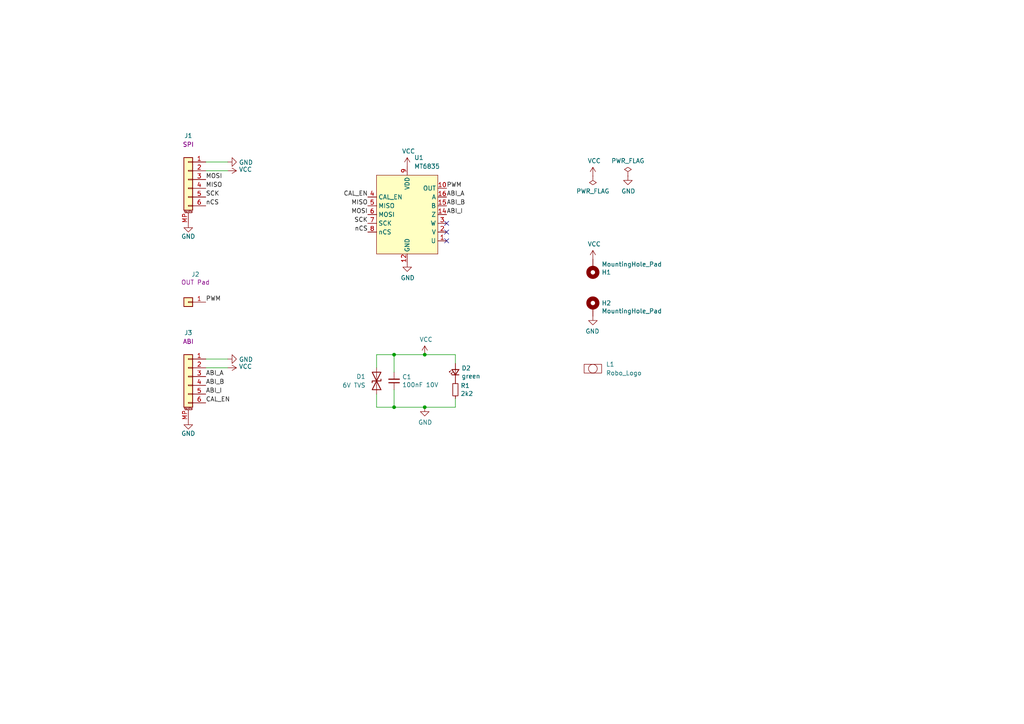
<source format=kicad_sch>
(kicad_sch (version 20211123) (generator eeschema)
  (paper "A4")
  (lib_symbols
    (symbol "Connector_Generic:Conn_01x01" (pin_names (offset 1.016) hide)
      (property "Reference" "J" (at 0 2.54 0))
      (property "Value" "Conn_01x01" (at 0 -2.54 0))
      (symbol "Conn_01x01_1_1"
        (rectangle (start -1.27 0.127) (end 0 -0.127) (stroke (width 0.1524)))
        (rectangle (start -1.27 1.27) (end 1.27 -1.27) (stroke (width 0.254)) (fill (type background)))
        (pin passive line (at -5.08 0 0) (length 3.81) (name "Pin_1") (number "1"))
      )
    )
    (symbol "Connector_Generic_MountingPin:Conn_01x06_MountingPin" (pin_names (offset 1.016) hide)
      (property "Reference" "J" (at 0 7.62 0))
      (property "Value" "Conn_01x06_MountingPin" (at 1.27 -10.16 0))
      (symbol "Conn_01x06_MountingPin_1_1"
        (rectangle (start -1.27 -7.493) (end 0 -7.747) (stroke (width 0.1524)))
        (rectangle (start -1.27 -4.953) (end 0 -5.207) (stroke (width 0.1524)))
        (rectangle (start -1.27 -2.413) (end 0 -2.667) (stroke (width 0.1524)))
        (rectangle (start -1.27 0.127) (end 0 -0.127) (stroke (width 0.1524)))
        (rectangle (start -1.27 2.667) (end 0 2.413) (stroke (width 0.1524)))
        (rectangle (start -1.27 5.207) (end 0 4.953) (stroke (width 0.1524)))
        (rectangle (start -1.27 6.35) (end 1.27 -8.89) (stroke (width 0.254)) (fill (type background)))
        (polyline (pts (xy -1.016 -9.652) (xy 1.016 -9.652)) (stroke (width 0.1524)))
        (text "Mounting" (at 0 -9.271 0) (effects (font (size 0.381 0.381))))
        (pin passive line (at -5.08 5.08 0) (length 3.81) (name "Pin_1") (number "1"))
        (pin passive line (at -5.08 2.54 0) (length 3.81) (name "Pin_2") (number "2"))
        (pin passive line (at -5.08 0 0) (length 3.81) (name "Pin_3") (number "3"))
        (pin passive line (at -5.08 -2.54 0) (length 3.81) (name "Pin_4") (number "4"))
        (pin passive line (at -5.08 -5.08 0) (length 3.81) (name "Pin_5") (number "5"))
        (pin passive line (at -5.08 -7.62 0) (length 3.81) (name "Pin_6") (number "6"))
        (pin passive line (at 0 -12.7 90) (length 3.048) (name "MountPin") (number "MP"))
      )
    )
    (symbol "Device:C_Small" (pin_numbers hide) (pin_names (offset 0.254) hide)
      (property "Reference" "C" (at 0.254 1.778 0))
      (property "Value" "C_Small" (at 0.254 -2.032 0))
      (symbol "C_Small_0_1"
        (polyline (pts (xy -1.524 -0.508) (xy 1.524 -0.508)) (stroke (width 0.3302)))
        (polyline (pts (xy -1.524 0.508) (xy 1.524 0.508)) (stroke (width 0.3048)))
      )
      (symbol "C_Small_1_1"
        (pin passive line (at 0 2.54 270) (length 2.032) (name "~") (number "1"))
        (pin passive line (at 0 -2.54 90) (length 2.032) (name "~") (number "2"))
      )
    )
    (symbol "Device:D_TVS" (pin_numbers hide) (pin_names (offset 1.016) hide)
      (property "Reference" "D" (at 0 2.54 0))
      (property "Value" "D_TVS" (at 0 -2.54 0))
      (symbol "D_TVS_0_1"
        (polyline (pts (xy 1.27 0) (xy -1.27 0)))
        (polyline (pts (xy 0.508 1.27) (xy 0 1.27) (xy 0 -1.27) (xy -0.508 -1.27)) (stroke (width 0.254)))
        (polyline (pts (xy -2.54 1.27) (xy -2.54 -1.27) (xy 2.54 1.27) (xy 2.54 -1.27) (xy -2.54 1.27)) (stroke (width 0.254)))
      )
      (symbol "D_TVS_1_1"
        (pin passive line (at -3.81 0 0) (length 2.54) (name "A1") (number "1"))
        (pin passive line (at 3.81 0 180) (length 2.54) (name "A2") (number "2"))
      )
    )
    (symbol "Device:LED_Small" (pin_numbers hide) (pin_names (offset 0.254) hide)
      (property "Reference" "D" (at -1.27 3.175 0))
      (property "Value" "LED_Small" (at -4.445 -2.54 0))
      (symbol "LED_Small_0_1"
        (polyline (pts (xy -0.762 -1.016) (xy -0.762 1.016)) (stroke (width 0.254)))
        (polyline (pts (xy 1.016 0) (xy -0.762 0)))
        (polyline (pts (xy 0.762 -1.016) (xy -0.762 0) (xy 0.762 1.016) (xy 0.762 -1.016)) (stroke (width 0.254)))
        (polyline (pts (xy 0 0.762) (xy -0.508 1.27) (xy -0.254 1.27) (xy -0.508 1.27) (xy -0.508 1.016)))
        (polyline (pts (xy 0.508 1.27) (xy 0 1.778) (xy 0.254 1.778) (xy 0 1.778) (xy 0 1.524)))
      )
      (symbol "LED_Small_1_1"
        (pin passive line (at -2.54 0 0) (length 1.778) (name "K") (number "1"))
        (pin passive line (at 2.54 0 180) (length 1.778) (name "A") (number "2"))
      )
    )
    (symbol "Device:R_Small" (pin_numbers hide) (pin_names (offset 0.254) hide)
      (property "Reference" "R" (at 0.762 0.508 0))
      (property "Value" "R_Small" (at 0.762 -1.016 0))
      (symbol "R_Small_0_1"
        (rectangle (start -0.762 1.778) (end 0.762 -1.778) (stroke (width 0.2032)))
      )
      (symbol "R_Small_1_1"
        (pin passive line (at 0 2.54 270) (length 0.762) (name "~") (number "1"))
        (pin passive line (at 0 -2.54 90) (length 0.762) (name "~") (number "2"))
      )
    )
    (symbol "Mechanical:MountingHole_Pad" (pin_numbers hide) (pin_names (offset 1.016) hide)
      (property "Reference" "H" (at 0 6.35 0))
      (property "Value" "MountingHole_Pad" (at 0 4.445 0))
      (symbol "MountingHole_Pad_0_1"
        (circle (center 0 1.27) (radius 1.27) (stroke (width 1.27)))
      )
      (symbol "MountingHole_Pad_1_1"
        (pin input line (at 0 -2.54 90) (length 2.54) (name "1") (number "1"))
      )
    )
    (symbol "power:GND" (power) (pin_names (offset 0))
      (property "Value" "GND" (at 0 -3.81 0))
      (symbol "GND_0_1"
        (polyline (pts (xy 0 0) (xy 0 -1.27) (xy 1.27 -1.27) (xy 0 -2.54) (xy -1.27 -1.27) (xy 0 -1.27)))
      )
      (symbol "GND_1_1"
        (pin power_in line (at 0 0 270) (length 0) hide (name "GND") (number "1"))
      )
    )
    (symbol "power:PWR_FLAG" (power) (pin_numbers hide) (pin_names (offset 0) hide)
      (property "Value" "PWR_FLAG" (at 0 3.81 0))
      (symbol "PWR_FLAG_0_0"
        (pin power_out line (at 0 0 90) (length 0) (name "pwr") (number "1"))
      )
      (symbol "PWR_FLAG_0_1"
        (polyline (pts (xy 0 0) (xy 0 1.27) (xy -1.016 1.905) (xy 0 2.54) (xy 1.016 1.905) (xy 0 1.27)))
      )
    )
    (symbol "power:VCC" (power) (pin_names (offset 0))
      (property "Value" "VCC" (at 0 3.81 0))
      (symbol "VCC_0_1"
        (polyline (pts (xy -0.762 1.27) (xy 0 2.54)))
        (polyline (pts (xy 0 0) (xy 0 2.54)))
        (polyline (pts (xy 0 2.54) (xy 0.762 1.27)))
      )
      (symbol "VCC_1_1"
        (pin power_in line (at 0 0 90) (length 0) hide (name "VCC") (number "1"))
      )
    )
    (symbol "runger:MT6835"
      (property "Reference" "U" (at 7.62 12.7 0))
      (property "Value" "MT6835" (at 5.08 -12.7 0))
      (symbol "MT6835_0_0"
        (pin output line (at 11.43 -7.62 180) (length 2.54) (name "U") (number "1"))
        (pin output line (at 11.43 7.62 180) (length 2.54) (name "OUT") (number "10"))
        (pin no_connect line (at -2.54 -13.97 90) (length 2.54) hide (name "TEST") (number "11"))
        (pin power_in line (at 0 -13.97 90) (length 2.54) (name "GND") (number "12"))
        (pin no_connect line (at 2.54 -13.97 90) (length 2.54) hide (name "TEST_EN") (number "13"))
        (pin output line (at 11.43 0 180) (length 2.54) (name "Z") (number "14"))
        (pin output line (at 11.43 2.54 180) (length 2.54) (name "B") (number "15"))
        (pin output line (at 11.43 5.08 180) (length 2.54) (name "A") (number "16"))
        (pin output line (at 11.43 -5.08 180) (length 2.54) (name "V") (number "2"))
        (pin output line (at 11.43 -2.54 180) (length 2.54) (name "W") (number "3"))
        (pin input line (at -11.43 5.08 0) (length 2.54) (name "CAL_EN") (number "4"))
        (pin output line (at -11.43 2.54 0) (length 2.54) (name "MISO") (number "5"))
        (pin input line (at -11.43 0 0) (length 2.54) (name "MOSI") (number "6"))
        (pin input line (at -11.43 -2.54 0) (length 2.54) (name "SCK") (number "7"))
        (pin input line (at -11.43 -5.08 0) (length 2.54) (name "nCS") (number "8"))
        (pin power_in line (at 0 13.97 270) (length 2.54) (name "VDD") (number "9"))
      )
      (symbol "MT6835_0_1"
        (rectangle (start -8.89 11.43) (end 8.89 -11.43) (fill (type background)))
      )
    )
    (symbol "runger:Robo_Logo" (in_bom no)
      (property "Reference" "L" (at 0 3.81 0))
      (property "Value" "Robo_Logo" (at 0 -3.81 0))
      (symbol "Robo_Logo_0_1"
        (rectangle (start -2.54 1.27) (end 2.54 -1.27) (stroke (width 0.1524)))
        (circle (center 0 0) (radius 1.27) (stroke (width 0.1524)))
      )
    )
  )
  (junction (at 123.19 102.87))
  (junction (at 114.3 118.11))
  (junction (at 123.19 118.11))
  (junction (at 114.3 102.87))
  (no_connect (at 129.54 67.31))
  (no_connect (at 129.54 69.85))
  (no_connect (at 129.54 64.77))
  (wire (pts (xy 109.22 114.3) (xy 109.22 118.11)))
  (wire (pts (xy 59.69 49.53) (xy 66.04 49.53)))
  (wire (pts (xy 132.08 102.87) (xy 132.08 105.41)))
  (wire (pts (xy 59.69 46.99) (xy 66.04 46.99)))
  (wire (pts (xy 114.3 118.11) (xy 114.3 113.03)))
  (wire (pts (xy 132.08 115.57) (xy 132.08 118.11)))
  (wire (pts (xy 59.69 106.68) (xy 66.04 106.68)))
  (wire (pts (xy 114.3 102.87) (xy 114.3 107.95)))
  (wire (pts (xy 109.22 102.87) (xy 114.3 102.87)))
  (wire (pts (xy 114.3 102.87) (xy 123.19 102.87)))
  (wire (pts (xy 109.22 118.11) (xy 114.3 118.11)))
  (wire (pts (xy 123.19 102.87) (xy 132.08 102.87)))
  (wire (pts (xy 59.69 104.14) (xy 66.04 104.14)))
  (wire (pts (xy 123.19 118.11) (xy 114.3 118.11)))
  (wire (pts (xy 132.08 118.11) (xy 123.19 118.11)))
  (wire (pts (xy 109.22 102.87) (xy 109.22 106.68)))
  (label "nCS" (at 106.68 67.31 180))
  (label "PWM" (at 129.54 54.61 0))
  (label "ABI_B" (at 129.54 59.69 0))
  (label "MOSI" (at 59.69 52.07 0))
  (label "ABI_I" (at 129.54 62.23 0))
  (label "PWM" (at 59.69 87.63 0))
  (label "ABI_A" (at 129.54 57.15 0))
  (label "SCK" (at 106.68 64.77 180))
  (label "ABI_B" (at 59.69 111.76 0))
  (label "MISO" (at 59.69 54.61 0))
  (label "SCK" (at 59.69 57.15 0))
  (label "ABI_A" (at 59.69 109.22 0))
  (label "MISO" (at 106.68 59.69 180))
  (label "CAL_EN" (at 106.68 57.15 180))
  (label "nCS" (at 59.69 59.69 0))
  (label "MOSI" (at 106.68 62.23 180))
  (label "ABI_I" (at 59.69 114.3 0))
  (label "CAL_EN" (at 59.69 116.84 0))
  (symbol (lib_id "Device:R_Small") (at 132.08 113.03 0) (unit 1)
    (property "Reference" "R1" (at 133.5786 111.8616 0) (effects (justify left)))
    (property "Value" "2k2" (at 133.5786 114.173 0) (effects (justify left)))
    (property "Footprint" "Resistor_SMD:R_0402_1005Metric" (effects hide))
    (property "Part" "Generic 2k2 Resistor" (effects hide))
    (property "Manu" "Generic" (effects hide))
  )
  (symbol (lib_id "power:VCC") (at 123.19 102.87 0) (unit 1)
    (property "Reference" "#PWR0113" (effects hide))
    (property "Value" "VCC" (at 123.571 98.4758 0))
  )
  (symbol (lib_id "power:VCC") (at 171.958 75.184 0) (unit 1)
    (property "Reference" "#PWR0108" (effects hide))
    (property "Value" "VCC" (at 172.339 70.7898 0))
  )
  (symbol (lib_id "Mechanical:MountingHole_Pad") (at 171.958 77.724 0) (mirror x) (unit 1)
    (property "Reference" "H1" (at 174.498 78.9686 0) (effects (justify left)))
    (property "Value" "MountingHole_Pad" (at 174.498 76.6572 0) (effects (justify left)))
    (property "Footprint" "MountingHole:MountingHole_2.2mm_M2_ISO7380_Pad" (effects hide))
  )
  (symbol (lib_id "runger:Robo_Logo") (at 171.958 106.934 0) (unit 1) (in_bom no)
    (property "Reference" "L1" (at 175.768 105.6639 0) (effects (justify left)))
    (property "Value" "Robo_Logo" (at 175.768 108.2039 0) (effects (justify left)))
    (property "Footprint" "runger:Robo_logo2" (effects hide))
  )
  (symbol (lib_id "power:GND") (at 182.118 51.054 0) (unit 1)
    (property "Reference" "#PWR0109" (effects hide))
    (property "Value" "GND" (at 182.245 55.4482 0))
  )
  (symbol (lib_id "power:VCC") (at 66.04 106.68 270) (mirror x) (unit 1)
    (property "Reference" "#PWR0105" (effects hide))
    (property "Value" "VCC" (at 69.2658 106.299 90) (effects (justify left)))
  )
  (symbol (lib_id "power:GND") (at 66.04 104.14 90) (mirror x) (unit 1)
    (property "Reference" "#PWR0104" (effects hide))
    (property "Value" "GND" (at 69.2912 104.267 90) (effects (justify right)))
  )
  (symbol (lib_id "power:VCC") (at 171.958 51.054 0) (unit 1)
    (property "Reference" "#PWR0110" (effects hide))
    (property "Value" "VCC" (at 172.339 46.6598 0))
  )
  (symbol (lib_id "power:GND") (at 54.61 64.77 0) (mirror y) (unit 1)
    (property "Reference" "#PWR0102" (effects hide))
    (property "Value" "GND" (at 54.61 68.58 0))
  )
  (symbol (lib_id "power:VCC") (at 118.11 48.26 0) (unit 1)
    (property "Reference" "#PWR0111" (effects hide))
    (property "Value" "VCC" (at 118.491 43.8658 0))
  )
  (symbol (lib_id "Connector_Generic_MountingPin:Conn_01x06_MountingPin") (at 54.61 52.07 0) (mirror y) (unit 1)
    (property "Reference" "J1" (at 54.61 39.37 0))
    (property "Value" "Conn_01x06_MountingPin" (effects hide))
    (property "Footprint" "Connector_JST:JST_SH_SM06B-SRSS-TB_1x06-1MP_P1.00mm_Horizontal" (effects hide))
    (property "Port" "SPI" (at 54.61 41.91 0))
    (property "Manu" "JST" (effects hide))
    (property "Part" "Connector_JST:JST_SH_SM06B-SRSS-TB_1x06-1MP_P1.00mm_Horizontal" (effects hide))
    (property "Notes" "Alternative parts: Scrondar SCT-WR-S-06P, Joint Tech A1001WR-S-6P" (effects hide))
  )
  (symbol (lib_id "power:VCC") (at 66.04 49.53 270) (mirror x) (unit 1)
    (property "Reference" "#PWR0103" (effects hide))
    (property "Value" "VCC" (at 69.2658 49.149 90) (effects (justify left)))
  )
  (symbol (lib_id "power:GND") (at 171.958 91.694 0) (mirror y) (unit 1)
    (property "Reference" "#PWR0107" (effects hide))
    (property "Value" "GND" (at 171.831 96.0882 0))
  )
  (symbol (lib_id "Mechanical:MountingHole_Pad") (at 171.958 89.154 0) (unit 1)
    (property "Reference" "H2" (at 174.498 87.9094 0) (effects (justify left)))
    (property "Value" "MountingHole_Pad" (at 174.498 90.2208 0) (effects (justify left)))
    (property "Footprint" "MountingHole:MountingHole_2.2mm_M2_ISO7380_Pad" (effects hide))
  )
  (symbol (lib_id "Device:C_Small") (at 114.3 110.49 180) (unit 1)
    (property "Reference" "C1" (at 116.6368 109.3216 0) (effects (justify right)))
    (property "Value" "100nF 10V" (at 116.6368 111.633 0) (effects (justify right)))
    (property "Footprint" "Capacitor_SMD:C_0402_1005Metric" (effects hide))
    (property "Part" "GRM155R71A104KA01J" (effects hide))
    (property "Manu" "Murata" (effects hide))
  )
  (symbol (lib_id "power:PWR_FLAG") (at 182.118 51.054 0) (unit 1)
    (property "Reference" "#FLG0101" (effects hide))
    (property "Value" "PWR_FLAG" (at 182.118 46.6598 0))
  )
  (symbol (lib_id "Connector_Generic_MountingPin:Conn_01x06_MountingPin") (at 54.61 109.22 0) (mirror y) (unit 1)
    (property "Reference" "J3" (at 54.61 96.52 0))
    (property "Value" "Conn_01x06_MountingPin" (effects hide))
    (property "Footprint" "Connector_JST:JST_SH_SM06B-SRSS-TB_1x06-1MP_P1.00mm_Horizontal" (effects hide))
    (property "Port" "ABI" (at 54.61 99.06 0))
    (property "Manu" "JST" (effects hide))
    (property "Part" "Connector_JST:JST_SH_SM06B-SRSS-TB_1x06-1MP_P1.00mm_Horizontal" (effects hide))
    (property "Notes" "Alternative parts: Scrondar SCT-WR-S-06P, Joint Tech A1001WR-S-6P" (effects hide))
  )
  (symbol (lib_id "Device:LED_Small") (at 132.08 107.95 90) (unit 1)
    (property "Reference" "D2" (at 133.858 106.7816 90) (effects (justify right)))
    (property "Value" "green" (at 133.858 109.093 90) (effects (justify right)))
    (property "Footprint" "LED_SMD:LED_0402_1005Metric" (effects hide))
    (property "Manu" "Wurth" (effects hide))
    (property "Part" "150040VS73240" (effects hide))
    (property "Notes" "inexpensive green LED please" (effects hide))
  )
  (symbol (lib_id "power:GND") (at 54.61 121.92 0) (mirror y) (unit 1)
    (property "Reference" "#PWR0106" (effects hide))
    (property "Value" "GND" (at 54.61 125.73 0))
  )
  (symbol (lib_id "power:PWR_FLAG") (at 171.958 51.054 180) (unit 1)
    (property "Reference" "#FLG0102" (effects hide))
    (property "Value" "PWR_FLAG" (at 171.958 55.4482 0))
  )
  (symbol (lib_id "power:GND") (at 118.11 76.2 0) (unit 1)
    (property "Reference" "#PWR0112" (effects hide))
    (property "Value" "GND" (at 118.237 80.5942 0))
  )
  (symbol (lib_id "power:GND") (at 123.19 118.11 0) (unit 1)
    (property "Reference" "#PWR0114" (effects hide))
    (property "Value" "GND" (at 123.317 122.5042 0))
  )
  (symbol (lib_id "power:GND") (at 66.04 46.99 90) (mirror x) (unit 1)
    (property "Reference" "#PWR0101" (effects hide))
    (property "Value" "GND" (at 69.2912 47.117 90) (effects (justify right)))
  )
  (symbol (lib_id "Device:D_TVS") (at 109.22 110.49 270) (mirror x) (unit 1)
    (property "Reference" "D1" (at 106.045 109.2199 90) (effects (justify right)))
    (property "Value" "6V TVS" (at 106.045 111.7599 90) (effects (justify right)))
    (property "Footprint" "Diode_SMD:D_0201_0603Metric" (effects hide))
    (property "Manu" "Littlefuse" (effects hide))
    (property "Part" "SP1005-01WTG" (effects hide))
  )
  (symbol (lib_id "Connector_Generic:Conn_01x01") (at 54.61 87.63 0) (mirror y) (unit 1)
    (property "Reference" "J2" (at 56.6928 79.5782 0))
    (property "Value" "Pad_OUT" (effects hide))
    (property "Footprint" "Connector_PinHeader_2.54mm:PinHeader_1x01_P2.54mm_Vertical" (effects hide))
    (property "Port" "OUT Pad" (at 56.6928 81.8896 0))
  )
  (symbol (lib_id "runger:MT6835") (at 118.11 62.23 0) (unit 1)
    (property "Reference" "U1" (at 120.1294 45.72 0) (effects (justify left)))
    (property "Value" "MT6835" (at 120.1294 48.26 0) (effects (justify left)))
    (property "Footprint" "Package_SO:TSSOP-16_4.4x5mm_P0.65mm" (effects hide))
    (property "Datasheet" "http://www.magntek.com.cn/upload/MT6835_Rev.1.3.pdf" (effects hide))
    (property "Manu" "MagnTek" (effects hide))
    (property "Part" "MT6835GT-STD" (effects hide))
  )
)
</source>
